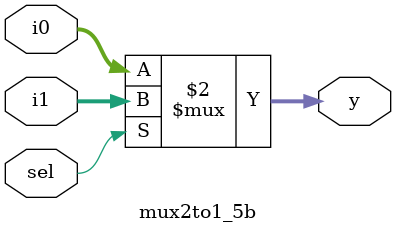
<source format=v>
module mux2to1_5b (i0, i1, sel, y);
  input [4:0] i0, i1;
  input sel;
  output [4:0] y;
  
  assign y = (sel==1'b1) ? i1 : i0;
  
endmodule


</source>
